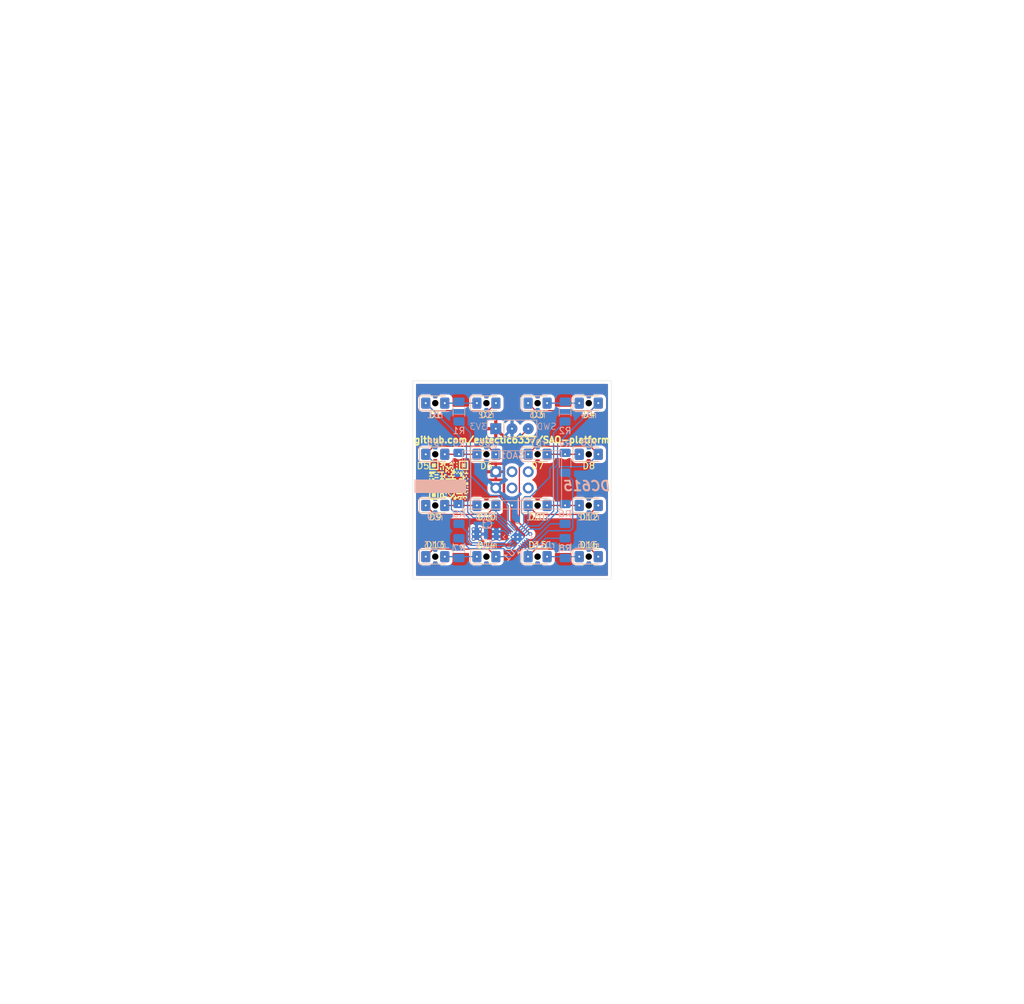
<source format=kicad_pcb>
(kicad_pcb (version 20241229) (generator "pcbnew") (generator_version "9.0")
  (layers (0 "F.Cu" signal) (2 "B.Cu" signal) (13 "F.Paste" user) (15 "B.Paste" user) (5 "F.SilkS" user "F.Silkscreen") (7 "B.SilkS" user "B.Silkscreen") (1 "F.Mask" user) (3 "B.Mask" user) (25 "Edge.Cuts" user))
  (net 0 "")
  (net 1 "Net-(D1-A)")
  (net 2 "GND")
  (net 3 "+3V0")
  (net 4 "PWM8")
  (net 5 "PWM7")
  (net 6 "PWM6")
  (net 7 "PWM5")
  (net 8 "Net-(D10-K)")
  (net 9 "PWM4")
  (net 10 "PWM3")
  (net 11 "PWM2")
  (net 12 "PWM1")
  (net 13 "GP4")
  (net 14 "GP7")
  (net 16 "/SWIO")
  (net 17 "GP6")
  (net 18 "GP1")
  (net 19 "GP8")
  (net 20 "GP5")
  (net 21 "GP3")
  (net 22 "GP2")
  (net 27 "Net-(D15-A)")
  (net 28 "Net-(D13-A)")
  (net 29 "Net-(D11-A)")
  (net 30 "Net-(D7-A)")
  (net 31 "Net-(D5-A)")
  (net 32 "Net-(D3-A)")
  (footprint "" (layer "F.Cu") (at 88 104)
    (property "Reference" "h12" (hide yes))
    (property "Value" "" (hide yes))
  )
  (footprint "" (layer "F.Cu") (at 88 88)
    (property "Reference" "h10" (hide yes))
    (property "Value" "" (hide yes))
  )
  (footprint "" (layer "F.Cu") (at 112 88)
    (property "Reference" "h9" (hide yes))
    (property "Value" "" (hide yes))
  )
  (footprint "LED_SMD:LED_1206_3216Metric_Pad1.42x1.75mm_HandSolder" (layer "F.Cu") (at 88 88)
    (property "Reference" "D1")
    (property "Value" "LED")
  )
  (footprint "LED_SMD:LED_1206_3216Metric_Pad1.42x1.75mm_HandSolder" (layer "F.Cu") (at 96 112)
    (property "Reference" "D14")
    (property "Value" "LED")
  )
  (footprint "LED_SMD:LED_1206_3216Metric_Pad1.42x1.75mm_HandSolder" (layer "F.Cu") (at 96 88)
    (property "Reference" "D2")
    (property "Value" "LED")
  )
  (footprint "" (layer "F.Cu") (at 96 96)
    (property "Reference" "h3" (hide yes))
    (property "Value" "" (hide yes))
  )
  (footprint "" (layer "F.Cu") (at 88 96)
    (property "Reference" "h11" (hide yes))
    (property "Value" "" (hide yes))
  )
  (footprint "LED_SMD:LED_1206_3216Metric_Pad1.42x1.75mm_HandSolder" (layer "F.Cu") (at 88 96)
    (property "Reference" "D5")
    (property "Value" "LED")
  )
  (footprint "LED_SMD:LED_1206_3216Metric_Pad1.42x1.75mm_HandSolder" (layer "F.Cu") (at 112 112)
    (property "Reference" "D16")
    (property "Value" "LED")
  )
  (footprint "" (layer "F.Cu") (at 96 104)
    (property "Reference" "h4" (hide yes))
    (property "Value" "" (hide yes))
  )
  (footprint "LED_SMD:LED_1206_3216Metric_Pad1.42x1.75mm_HandSolder" (layer "F.Cu") (at 88 112)
    (property "Reference" "D13")
    (property "Value" "LED")
  )
  (footprint "" (layer "F.Cu") (at 112 112)
    (property "Reference" "h14" (hide yes))
    (property "Value" "" (hide yes))
  )
  (footprint "LED_SMD:LED_1206_3216Metric_Pad1.42x1.75mm_HandSolder" (layer "F.Cu") (at 88 104)
    (property "Reference" "D9")
    (property "Value" "LED")
  )
  (footprint "" (layer "F.Cu") (at 104 112)
    (property "Reference" "h6" (hide yes))
    (property "Value" "" (hide yes))
  )
  (footprint "" (layer "F.Cu") (at 112 104)
    (property "Reference" "h15" (hide yes))
    (property "Value" "" (hide yes))
  )
  (footprint "" (layer "F.Cu") (at 104 104)
    (property "Reference" "h7" (hide yes))
    (property "Value" "" (hide yes))
  )
  (footprint "" (layer "F.Cu") (at 112 96)
    (property "Reference" "h16" (hide yes))
    (property "Value" "" (hide yes))
  )
  (footprint "LED_SMD:LED_1206_3216Metric_Pad1.42x1.75mm_HandSolder" (layer "F.Cu") (at 112 96)
    (property "Reference" "D8")
    (property "Value" "LED")
  )
  (footprint "LED_SMD:LED_1206_3216Metric_Pad1.42x1.75mm_HandSolder" (layer "F.Cu") (at 104 96)
    (property "Reference" "D7")
    (property "Value" "LED")
  )
  (footprint "LED_SMD:LED_1206_3216Metric_Pad1.42x1.75mm_HandSolder" (layer "F.Cu") (at 96 104)
    (property "Reference" "D10")
    (property "Value" "LED")
  )
  (footprint "LED_SMD:LED_1206_3216Metric_Pad1.42x1.75mm_HandSolder" (layer "F.Cu") (at 104 88)
    (property "Reference" "D3")
    (property "Value" "LED")
  )
  (footprint "LED_SMD:LED_1206_3216Metric_Pad1.42x1.75mm_HandSolder" (layer "F.Cu") (at 104 112)
    (property "Reference" "D15")
    (property "Value" "LED")
  )
  (footprint "LED_SMD:LED_1206_3216Metric_Pad1.42x1.75mm_HandSolder" (layer "F.Cu") (at 104 104)
    (property "Reference" "D11")
    (property "Value" "LED")
  )
  (footprint "" (layer "F.Cu") (at 88 112)
    (property "Reference" "h13" (hide yes))
    (property "Value" "" (hide yes))
  )
  (footprint "LED_SMD:LED_1206_3216Metric_Pad1.42x1.75mm_HandSolder" (layer "F.Cu") (at 112 88)
    (property "Reference" "D4")
    (property "Value" "LED")
  )
  (footprint "" (layer "F.Cu") (at 96 112)
    (property "Reference" "h5" (hide yes))
    (property "Value" "" (hide yes))
  )
  (footprint "LED_SMD:LED_1206_3216Metric_Pad1.42x1.75mm_HandSolder" (layer "F.Cu") (at 96 96)
    (property "Reference" "D6")
    (property "Value" "LED")
  )
  (footprint "" (layer "F.Cu") (at 96 88)
    (property "Reference" "h2" (hide yes))
    (property "Value" "" (hide yes))
  )
  (footprint "" (layer "F.Cu") (at 104 88)
    (property "Reference" "h1" (hide yes))
    (property "Value" "" (hide yes))
  )
  (footprint "" (layer "F.Cu") (at 104 96)
    (property "Reference" "h8" (hide yes))
    (property "Value" "" (hide yes))
  )
  (footprint "LED_SMD:LED_1206_3216Metric_Pad1.42x1.75mm_HandSolder" (layer "F.Cu") (at 112 104)
    (property "Reference" "D12")
    (property "Value" "LED")
  )
  (footprint "LED_SMD:LED_1206_3216Metric_Pad1.42x1.75mm_HandSolder" (layer "B.Cu") (at 112 96)
    (property "Reference" "rD8")
    (property "Value" "LED")
  )
  (footprint "Capacitor_SMD:C_1206_3216Metric_Pad1.33x1.80mm_HandSolder" (layer "B.Cu") (at 96.012 108.474 180)
    (property "Reference" "C1")
    (property "Value" "100uF")
  )
  (footprint "Resistor_SMD:R_1206_3216Metric_Pad1.30x1.75mm_HandSolder" (layer "B.Cu") (at 108.3 110.674999 -90)
    (property "Reference" "R8")
    (property "Value" "47R")
  )
  (footprint "LED_SMD:LED_1206_3216Metric_Pad1.42x1.75mm_HandSolder" (layer "B.Cu") (at 88 104)
    (property "Reference" "rD9")
    (property "Value" "LED")
  )
  (footprint "Resistor_SMD:R_1206_3216Metric_Pad1.30x1.75mm_HandSolder" (layer "B.Cu") (at 108.3 89.325001 90)
    (property "Reference" "R2")
    (property "Value" "47R")
  )
  (footprint "LED_SMD:LED_1206_3216Metric_Pad1.42x1.75mm_HandSolder" (layer "B.Cu") (at 88 112)
    (property "Reference" "rD13")
    (property "Value" "LED")
  )
  (footprint "LED_SMD:LED_1206_3216Metric_Pad1.42x1.75mm_HandSolder" (layer "B.Cu") (at 88 96)
    (property "Reference" "rD5")
    (property "Value" "LED")
  )
  (footprint "Resistor_SMD:R_1206_3216Metric_Pad1.30x1.75mm_HandSolder" (layer "B.Cu") (at 91.7 89.325001 90)
    (property "Reference" "R1")
    (property "Value" "47R")
  )
  (footprint "Connector_PinHeader_2.54mm:PinHeader_1x03_P2.54mm_Vertical" (layer "B.Cu") (at 97.46 92 -90)
    (property "Reference" "PROG1" (hide yes))
    (property "Value" "Conn_01x03")
  )
  (footprint "LED_SMD:LED_1206_3216Metric_Pad1.42x1.75mm_HandSolder" (layer "B.Cu") (at 104 112)
    (property "Reference" "rD15")
    (property "Value" "LED")
  )
  (footprint "Resistor_SMD:R_1206_3216Metric_Pad1.30x1.75mm_HandSolder" (layer "B.Cu") (at 91.7 105.325001 90)
    (property "Reference" "R5")
    (property "Value" "47R")
  )
  (footprint "Resistor_SMD:R_1206_3216Metric_Pad1.30x1.75mm_HandSolder" (layer "B.Cu") (at 91.7 97.325001 90)
    (property "Reference" "R3")
    (property "Value" "47R")
  )
  (footprint "Resistor_SMD:R_1206_3216Metric_Pad1.30x1.75mm_HandSolder" (layer "B.Cu") (at 108.3 105.325001 90)
    (property "Reference" "R6")
    (property "Value" "47R")
  )
  (footprint "LED_SMD:LED_1206_3216Metric_Pad1.42x1.75mm_HandSolder" (layer "B.Cu") (at 88 88)
    (property "Reference" "rD1")
    (property "Value" "LED")
  )
  (footprint "Resistor_SMD:R_1206_3216Metric_Pad1.30x1.75mm_HandSolder" (layer "B.Cu") (at 108.3 97.325001 90)
    (property "Reference" "R4")
    (property "Value" "47R")
  )
  (footprint "Package_DFN_QFN:QFN-20-1EP_3x3mm_P0.4mm_EP1.65x1.65mm" (layer "B.Cu") (at 100.876148 108.933619 45)
    (property "Reference" "U1")
    (property "Value" "WCH CH32V003F4U6")
  )
  (footprint "Connector_IDC:IDC-Header_2x03_P2.54mm_Vertical" (layer "B.Cu") (at 97.46 98.73 -90)
    (property "Reference" "SAO1")
    (property "Value" "SAO v1.69bis addon")
  )
  (footprint "LED_SMD:LED_1206_3216Metric_Pad1.42x1.75mm_HandSolder" (layer "B.Cu") (at 96 88)
    (property "Reference" "rD2")
    (property "Value" "LED")
  )
  (footprint "LED_SMD:LED_1206_3216Metric_Pad1.42x1.75mm_HandSolder" (layer "B.Cu") (at 112 88)
    (property "Reference" "rD4")
    (property "Value" "LED")
  )
  (footprint "LED_SMD:LED_1206_3216Metric_Pad1.42x1.75mm_HandSolder" (layer "B.Cu") (at 104 96)
    (property "Reference" "rD7")
    (property "Value" "LED")
  )
  (footprint "LED_SMD:LED_1206_3216Metric_Pad1.42x1.75mm_HandSolder" (layer "B.Cu") (at 112 104)
    (property "Reference" "rD12")
    (property "Value" "LED")
  )
  (footprint "LED_SMD:LED_1206_3216Metric_Pad1.42x1.75mm_HandSolder" (layer "B.Cu") (at 104 104)
    (property "Reference" "rD11")
    (property "Value" "LED")
  )
  (footprint "LED_SMD:LED_1206_3216Metric_Pad1.42x1.75mm_HandSolder" (layer "B.Cu") (at 112 112)
    (property "Reference" "rD16")
    (property "Value" "LED")
  )
  (footprint "LED_SMD:LED_1206_3216Metric_Pad1.42x1.75mm_HandSolder" (layer "B.Cu") (at 96 96)
    (property "Reference" "rD6")
    (property "Value" "LED")
  )
  (footprint "LED_SMD:LED_1206_3216Metric_Pad1.42x1.75mm_HandSolder" (layer "B.Cu") (at 104 88)
    (property "Reference" "rD3")
    (property "Value" "LED")
  )
  (footprint "LED_SMD:LED_1206_3216Metric_Pad1.42x1.75mm_HandSolder" (layer "B.Cu") (at 96 112)
    (property "Reference" "rD14")
    (property "Value" "LED")
  )
  (footprint "Resistor_SMD:R_1206_3216Metric_Pad1.30x1.75mm_HandSolder" (layer "B.Cu") (at 91.7 110.674999 -90)
    (property "Reference" "R7")
    (property "Value" "47R")
  )
  (footprint "LED_SMD:LED_1206_3216Metric_Pad1.42x1.75mm_HandSolder" (layer "B.Cu") (at 96 104)
    (property "Reference" "rD10")
    (property "Value" "LED")
  )
  (gr_rect (start 95.942 97.466) (end 98.736 102.546) (stroke (width 0.4)) (fill no) (layer "F.Cu") (net 3))
  (gr_line (start 98.736 98.73) (end 95.942 98.73) (stroke (width 0.4)) (layer "F.Cu") (net 3))
  (gr_line (start 98.736 100.006) (end 95.942 100.006) (stroke (width 0.4)) (layer "F.Cu") (net 3))
  (gr_line (start 97.46 97.466) (end 97.46 100.006) (stroke (width 0.4)) (layer "F.Cu") (net 3))
  (gr_poly (pts (xy 87.671667 100.795666) (xy 87.46 100.795666) (xy 87.46 100.584) (xy 87.671667 100.584)) (stroke (width -0.000001)) (fill yes) (layer "F.SilkS"))
  (gr_poly (pts (xy 91.058333 97.409) (xy 90.846666 97.409) (xy 90.846666 97.197333) (xy 91.058333 97.197333)) (stroke (width -0.000001)) (fill yes) (layer "F.SilkS"))
  (gr_poly (pts (xy 89.365 98.890667) (xy 89.153333 98.890667) (xy 89.153333 99.102333) (xy 89.153333 99.314) (xy 89.365 99.314) (xy 89.365 99.102333) (xy 89.576666 99.102333) (xy 89.788333 99.102333) (xy 89.788333 99.314) (xy 89.576666 99.314) (xy 89.576666 99.525666) (xy 89.576666 99.737333) (xy 89.365 99.737333) (xy 89.365 99.525666) (xy 89.153333 99.525666) (xy 89.153333 99.737333) (xy 89.365 99.737333) (xy 89.365 99.949) (xy 89.153333 99.949) (xy 89.153333 100.160666) (xy 88.941667 100.160666) (xy 88.941667 100.372333) (xy 89.153333 100.372333) (xy 89.153333 100.584) (xy 89.365 100.584) (xy 89.365 100.795666) (xy 89.576666 100.795666) (xy 89.788333 100.795666) (xy 89.788333 101.007333) (xy 89.576666 101.007333) (xy 89.576666 101.219) (xy 89.576666 101.430667) (xy 89.365 101.430667) (xy 89.365 101.219) (xy 89.153333 101.219) (xy 88.941667 101.219) (xy 88.941667 101.007333) (xy 89.153333 101.007333) (xy 89.153333 100.795666) (xy 88.941667 100.795666) (xy 88.73 100.795666) (xy 88.73 100.584) (xy 88.518333 100.584) (xy 88.306667 100.584) (xy 88.306667 100.795666) (xy 88.095 100.795666) (xy 88.095 100.584) (xy 87.883333 100.584) (xy 87.671667 100.584) (xy 87.671667 100.372333) (xy 87.883333 100.372333) (xy 87.883333 100.160666) (xy 87.671667 100.160666) (xy 87.671667 100.372333) (xy 87.46 100.372333) (xy 87.248333 100.372333) (xy 87.248333 100.160666) (xy 87.248333 99.949) (xy 87.46 99.949) (xy 87.46 100.160666) (xy 87.671667 100.160666) (xy 87.671667 99.949) (xy 87.46 99.949) (xy 87.46 99.737333) (xy 87.671667 99.737333) (xy 87.883333 99.737333) (xy 87.883333 99.949) (xy 88.095 99.949) (xy 88.095 100.160666) (xy 88.306667 100.160666) (xy 88.306667 100.372333) (xy 88.518333 100.372333) (xy 88.518333 100.160666) (xy 88.73 100.160666) (xy 88.73 99.949) (xy 88.73 99.737333) (xy 88.941667 99.737333) (xy 88.941667 99.525666) (xy 88.73 99.525666) (xy 88.73 99.314) (xy 88.941667 99.314) (xy 88.941667 99.102333) (xy 88.941667 98.890667) (xy 88.73 98.890667) (xy 88.518333 98.890667) (xy 88.306667 98.890667) (xy 88.306667 98.679) (xy 88.518333 98.679) (xy 88.73 98.679) (xy 88.941667 98.679) (xy 89.153333 98.679) (xy 89.365 98.679)) (stroke (width -0.000001)) (fill yes) (layer "F.SilkS"))
  (gr_poly (pts (xy 90.635 98.467333) (xy 90.846666 98.467333) (xy 90.846666 98.255667) (xy 91.058333 98.255667) (xy 91.058333 98.467333) (xy 91.058333 98.679) (xy 91.27 98.679) (xy 91.27 98.890667) (xy 91.058333 98.890667) (xy 91.058333 99.102333) (xy 90.846666 99.102333) (xy 90.635 99.102333) (xy 90.635 99.314) (xy 90.846666 99.314) (xy 91.058333 99.314) (xy 91.058333 99.525666) (xy 90.846666 99.525666) (xy 90.846666 99.737333) (xy 91.058333 99.737333) (xy 91.27 99.737333) (xy 91.27 99.949) (xy 91.058333 99.949) (xy 90.846666 99.949) (xy 90.635 99.949) (xy 90.423333 99.949) (xy 90.211666 99.949) (xy 90.211666 100.160666) (xy 90 100.160666) (xy 90 100.372333) (xy 89.788333 100.372333) (xy 89.788333 100.584) (xy 89.576666 100.584) (xy 89.576666 100.372333) (xy 89.576666 100.160666) (xy 89.788333 100.160666) (xy 89.788333 99.949) (xy 89.576666 99.949) (xy 89.576666 99.737333) (xy 89.788333 99.737333) (xy 90 99.737333) (xy 90.211666 99.737333) (xy 90.423333 99.737333) (xy 90.635 99.737333) (xy 90.635 99.525666) (xy 90.423333 99.525666) (xy 90.211666 99.525666) (xy 90 99.525666) (xy 90 99.314) (xy 90.211666 99.314) (xy 90.423333 99.314) (xy 90.423333 99.102333) (xy 90.423333 98.890667) (xy 90.635 98.890667) (xy 90.635 98.679) (xy 90.423333 98.679) (xy 90.423333 98.467333) (xy 90.423333 98.255667) (xy 90.635 98.255667)) (stroke (width -0.000001)) (fill yes) (layer "F.SilkS"))
  (gr_poly (pts (xy 88.095 101.007333) (xy 88.306667 101.007333) (xy 88.306667 101.219) (xy 88.095 101.219) (xy 88.095 101.430667) (xy 87.883333 101.430667) (xy 87.671667 101.430667) (xy 87.671667 101.219) (xy 87.671667 101.007333) (xy 87.883333 101.007333) (xy 87.883333 100.795666) (xy 88.095 100.795666)) (stroke (width -0.000001)) (fill yes) (layer "F.SilkS"))
  (gr_poly (pts (xy 89.365 98.044) (xy 89.365 98.255667) (xy 89.365 98.467333) (xy 89.153333 98.467333) (xy 89.153333 98.255667) (xy 89.153333 98.044) (xy 89.153333 97.832333) (xy 89.365 97.832333)) (stroke (width -0.000001)) (fill yes) (layer "F.SilkS"))
  (gr_poly (pts (xy 91.481667 97.409) (xy 91.27 97.409) (xy 91.27 97.197333) (xy 91.481667 97.197333)) (stroke (width -0.000001)) (fill yes) (layer "F.SilkS"))
  (gr_poly (pts (xy 92.963333 98.890667) (xy 93.175 98.890667) (xy 93.175 99.102333) (xy 92.963333 99.102333) (xy 92.751666 99.102333) (xy 92.54 99.102333) (xy 92.54 98.890667) (xy 92.751666 98.890667) (xy 92.751666 98.679) (xy 92.963333 98.679)) (stroke (width -0.000001)) (fill yes) (layer "F.SilkS"))
  (gr_poly (pts (xy 92.751666 97.620667) (xy 92.751666 97.832333) (xy 92.751666 98.044) (xy 92.54 98.044) (xy 92.328333 98.044) (xy 92.116666 98.044) (xy 92.116666 97.832333) (xy 92.116666 97.620667) (xy 92.116666 97.409) (xy 92.328333 97.409) (xy 92.54 97.409) (xy 92.751666 97.409)) (stroke (width -0.000001)) (fill yes) (layer "F.SilkS"))
  (gr_poly (pts (xy 89.788333 98.467333) (xy 90 98.467333) (xy 90 98.679) (xy 89.788333 98.679) (xy 89.788333 98.890667) (xy 89.576666 98.890667) (xy 89.576666 98.679) (xy 89.576666 98.467333) (xy 89.576666 98.255667) (xy 89.788333 98.255667)) (stroke (width -0.000001)) (fill yes) (layer "F.SilkS"))
  (gr_poly (pts (xy 88.518333 99.737333) (xy 88.306667 99.737333) (xy 88.095 99.737333) (xy 87.883333 99.737333) (xy 87.883333 99.525666) (xy 88.095 99.525666) (xy 88.306667 99.525666) (xy 88.518333 99.525666)) (stroke (width -0.000001)) (fill yes) (layer "F.SilkS"))
  (gr_poly (pts (xy 91.693333 100.372333) (xy 91.481667 100.372333) (xy 91.481667 100.160666) (xy 91.693333 100.160666)) (stroke (width -0.000001)) (fill yes) (layer "F.SilkS"))
  (gr_poly (pts (xy 88.518333 99.314) (xy 88.306667 99.314) (xy 88.095 99.314) (xy 87.883333 99.314) (xy 87.883333 99.102333) (xy 88.095 99.102333) (xy 88.306667 99.102333) (xy 88.518333 99.102333)) (stroke (width -0.000001)) (fill yes) (layer "F.SilkS"))
  (gr_poly (pts (xy 91.27 100.372333) (xy 91.058333 100.372333) (xy 91.058333 100.160666) (xy 91.27 100.160666)) (stroke (width -0.000001)) (fill yes) (layer "F.SilkS"))
  (gr_poly (pts (xy 92.963333 102.277333) (xy 92.751666 102.277333) (xy 92.54 102.277333) (xy 92.54 102.065666) (xy 92.751666 102.065666) (xy 92.963333 102.065666)) (stroke (width -0.000001)) (fill yes) (layer "F.SilkS"))
  (gr_poly (pts (xy 89.153333 97.197333) (xy 89.153333 97.409) (xy 89.365 97.409) (xy 89.365 97.197333) (xy 89.576666 97.197333) (xy 89.788333 97.197333) (xy 89.788333 97.409) (xy 89.576666 97.409) (xy 89.576666 97.620667) (xy 89.576666 97.832333) (xy 89.365 97.832333) (xy 89.365 97.620667) (xy 89.153333 97.620667) (xy 89.153333 97.832333) (xy 88.941667 97.832333) (xy 88.73 97.832333) (xy 88.73 97.620667) (xy 88.941667 97.620667) (xy 88.941667 97.409) (xy 88.73 97.409) (xy 88.73 97.197333) (xy 88.941667 97.197333) (xy 88.941667 96.985667) (xy 89.153333 96.985667)) (stroke (width -0.000001)) (fill yes) (layer "F.SilkS"))
  (gr_poly (pts (xy 91.693333 98.890667) (xy 91.481667 98.890667) (xy 91.481667 98.679) (xy 91.693333 98.679)) (stroke (width -0.000001)) (fill yes) (layer "F.SilkS"))
  (gr_poly (pts (xy 88.518333 101.007333) (xy 88.306667 101.007333) (xy 88.306667 100.795666) (xy 88.518333 100.795666)) (stroke (width -0.000001)) (fill yes) (layer "F.SilkS"))
  (gr_poly (pts (xy 90.211666 101.642333) (xy 90.423333 101.642333) (xy 90.423333 101.854) (xy 90.635 101.854) (xy 90.635 102.065666) (xy 90.423333 102.065666) (xy 90.211666 102.065666) (xy 90.211666 101.854) (xy 90 101.854) (xy 90 102.065666) (xy 89.788333 102.065666) (xy 89.788333 102.277333) (xy 89.576666 102.277333) (xy 89.576666 102.065666) (xy 89.576666 101.854) (xy 89.788333 101.854) (xy 89.788333 101.642333) (xy 89.576666 101.642333) (xy 89.576666 101.430667) (xy 89.788333 101.430667) (xy 90 101.430667) (xy 90.211666 101.430667)) (stroke (width -0.000001)) (fill yes) (layer "F.SilkS"))
  (gr_poly (pts (xy 90.211666 102.277333) (xy 90 102.277333) (xy 90 102.065666) (xy 90.211666 102.065666)) (stroke (width -0.000001)) (fill yes) (layer "F.SilkS"))
  (gr_poly (pts (xy 91.481667 97.832333) (xy 91.27 97.832333) (xy 91.27 97.620667) (xy 91.481667 97.620667)) (stroke (width -0.000001)) (fill yes) (layer "F.SilkS"))
  (gr_poly (pts (xy 90.423333 100.795666) (xy 90.211666 100.795666) (xy 90.211666 100.584) (xy 90.423333 100.584)) (stroke (width -0.000001)) (fill yes) (layer "F.SilkS"))
  (gr_poly (pts (xy 93.175 97.197333) (xy 93.175 97.409) (xy 93.175 97.620667) (xy 93.175 97.832333) (xy 93.175 98.044) (xy 93.175 98.255667) (xy 93.175 98.467333) (xy 92.963333 98.467333) (xy 92.751666 98.467333) (xy 92.54 98.467333) (xy 92.328333 98.467333) (xy 92.116666 98.467333) (xy 91.905 98.467333) (xy 91.693333 98.467333) (xy 91.693333 98.255667) (xy 91.693333 98.044) (xy 91.693333 97.832333) (xy 91.693333 97.620667) (xy 91.693333 97.409) (xy 91.905 97.409) (xy 91.905 97.620667) (xy 91.905 97.832333) (xy 91.905 98.044) (xy 91.905 98.255667) (xy 92.116666 98.255667) (xy 92.328333 98.255667) (xy 92.54 98.255667) (xy 92.751666 98.255667) (xy 92.963333 98.255667) (xy 92.963333 98.044) (xy 92.963333 97.832333) (xy 92.963333 97.620667) (xy 92.963333 97.409) (xy 92.963333 97.197333) (xy 92.751666 97.197333) (xy 92.54 97.197333) (xy 92.328333 97.197333) (xy 92.116666 97.197333) (xy 91.905 97.197333) (xy 91.905 97.409) (xy 91.693333 97.409) (xy 91.693333 97.197333) (xy 91.693333 96.985667) (xy 91.905 96.985667) (xy 92.116666 96.985667) (xy 92.328333 96.985667) (xy 92.54 96.985667) (xy 92.751666 96.985667) (xy 92.963333 96.985667) (xy 93.175 96.985667)) (stroke (width -0.000001)) (fill yes) (layer "F.SilkS"))
  (gr_poly (pts (xy 87.248333 100.584) (xy 87.248333 100.795666) (xy 87.248333 101.007333) (xy 87.248333 101.219) (xy 87.248333 101.430667) (xy 87.036667 101.430667) (xy 87.036667 101.219) (xy 87.036667 101.007333) (xy 87.036667 100.795666) (xy 87.036667 100.584) (xy 87.036667 100.372333) (xy 87.248333 100.372333)) (stroke (width -0.000001)) (fill yes) (layer "F.SilkS"))
  (gr_poly (pts (xy 92.116666 98.890667) (xy 92.328333 98.890667) (xy 92.328333 99.102333) (xy 92.328333 99.314) (xy 92.54 99.314) (xy 92.54 99.525666) (xy 92.751666 99.525666) (xy 92.751666 99.737333) (xy 92.54 99.737333) (xy 92.54 99.949) (xy 92.54 100.160666) (xy 92.54 100.372333) (xy 92.328333 100.372333) (xy 92.328333 100.160666) (xy 92.328333 99.949) (xy 92.116666 99.949) (xy 92.116666 100.160666) (xy 92.116666 100.372333) (xy 91.905 100.372333) (xy 91.905 100.160666) (xy 91.905 99.949) (xy 91.693333 99.949) (xy 91.693333 99.737333) (xy 91.905 99.737333) (xy 92.116666 99.737333) (xy 92.328333 99.737333) (xy 92.328333 99.525666) (xy 92.116666 99.525666) (xy 91.905 99.525666) (xy 91.905 99.314) (xy 91.905 99.102333) (xy 91.693333 99.102333) (xy 91.693333 98.890667) (xy 91.905 98.890667) (xy 91.905 98.679) (xy 92.116666 98.679)) (stroke (width -0.000001)) (fill yes) (layer "F.SilkS"))
  (gr_poly (pts (xy 88.518333 97.197333) (xy 88.518333 97.409) (xy 88.518333 97.620667) (xy 88.518333 97.832333) (xy 88.518333 98.044) (xy 88.518333 98.255667) (xy 88.518333 98.467333) (xy 88.306667 98.467333) (xy 88.095 98.467333) (xy 87.883333 98.467333) (xy 87.671667 98.467333) (xy 87.46 98.467333) (xy 87.248333 98.467333) (xy 87.036667 98.467333) (xy 87.036667 98.255667) (xy 87.036667 98.044) (xy 87.036667 97.832333) (xy 87.036667 97.620667) (xy 87.036667 97.409) (xy 87.248333 97.409) (xy 87.248333 97.620667) (xy 87.248333 97.832333) (xy 87.248333 98.044) (xy 87.248333 98.255667) (xy 87.46 98.255667) (xy 87.671667 98.255667) (xy 87.883333 98.255667) (xy 88.095 98.255667) (xy 88.306667 98.255667) (xy 88.306667 98.044) (xy 88.306667 97.832333) (xy 88.306667 97.620667) (xy 88.306667 97.409) (xy 88.306667 97.197333) (xy 88.095 97.197333) (xy 87.883333 97.197333) (xy 87.671667 97.197333) (xy 87.46 97.197333) (xy 87.248333 97.197333) (xy 87.248333 97.409) (xy 87.036667 97.409) (xy 87.036667 97.197333) (xy 87.036667 96.985667) (xy 87.248333 96.985667) (xy 87.46 96.985667) (xy 87.671667 96.985667) (xy 87.883333 96.985667) (xy 88.095 96.985667) (xy 88.306667 96.985667) (xy 88.518333 96.985667)) (stroke (width -0.000001)) (fill yes) (layer "F.SilkS"))
  (gr_poly (pts (xy 91.058333 102.277333) (xy 91.058333 102.489) (xy 90.846666 102.489) (xy 90.846666 102.700666) (xy 90.635 102.700666) (xy 90.635 102.912333) (xy 90.423333 102.912333) (xy 90.211666 102.912333) (xy 90 102.912333) (xy 90 102.700666) (xy 90.211666 102.700666) (xy 90.423333 102.700666) (xy 90.423333 102.489) (xy 90.635 102.489) (xy 90.635 102.277333) (xy 90.846666 102.277333) (xy 90.846666 102.065666) (xy 91.058333 102.065666)) (stroke (width -0.000001)) (fill yes) (layer "F.SilkS"))
  (gr_poly (pts (xy 89.365 102.277333) (xy 89.365 102.489) (xy 89.576666 102.489) (xy 89.788333 102.489) (xy 89.788333 102.700666) (xy 89.576666 102.700666) (xy 89.576666 102.912333) (xy 89.576666 103.124) (xy 89.365 103.124) (xy 89.365 102.912333) (xy 89.365 102.700666) (xy 89.153333 102.700666) (xy 89.153333 102.912333) (xy 88.941667 102.912333) (xy 88.941667 103.124) (xy 88.73 103.124) (xy 88.73 102.912333) (xy 88.73 102.700666) (xy 88.73 102.489) (xy 88.941667 102.489) (xy 88.941667 102.700666) (xy 89.153333 102.700666) (xy 89.153333 102.489) (xy 89.153333 102.277333) (xy 88.941667 102.277333) (xy 88.941667 102.489) (xy 88.73 102.489) (xy 88.73 102.277333) (xy 88.73 102.065666) (xy 88.941667 102.065666) (xy 89.153333 102.065666) (xy 89.365 102.065666)) (stroke (width -0.000001)) (fill yes) (layer "F.SilkS"))
  (gr_poly (pts (xy 92.328333 100.795666) (xy 92.328333 101.007333) (xy 92.116666 101.007333) (xy 92.116666 101.219) (xy 92.328333 101.219) (xy 92.328333 101.430667) (xy 92.54 101.430667) (xy 92.54 101.219) (xy 92.751666 101.219) (xy 92.751666 101.430667) (xy 92.963333 101.430667) (xy 93.175 101.430667) (xy 93.175 101.642333) (xy 92.963333 101.642333) (xy 92.751666 101.642333) (xy 92.751666 101.854) (xy 92.54 101.854) (xy 92.54 101.642333) (xy 92.328333 101.642333) (xy 92.328333 101.854) (xy 92.54 101.854) (xy 92.54 102.065666) (xy 92.328333 102.065666) (xy 92.328333 102.277333) (xy 92.116666 102.277333) (xy 91.905 102.277333) (xy 91.693333 102.277333) (xy 91.481667 102.277333) (xy 91.27 102.277333) (xy 91.27 102.065666) (xy 91.058333 102.065666) (xy 91.058333 101.854) (xy 90.846666 101.854) (xy 90.846666 101.642333) (xy 91.058333 101.642333) (xy 91.27 101.642333) (xy 91.481667 101.642333) (xy 91.481667 101.854) (xy 91.481667 102.065666) (xy 91.693333 102.065666) (xy 91.905 102.065666) (xy 92.116666 102.065666) (xy 92.116666 101.854) (xy 92.116666 101.642333) (xy 92.116666 101.430667) (xy 91.905 101.430667) (xy 91.693333 101.430667) (xy 91.481667 101.430667) (xy 91.481667 101.642333) (xy 91.27 101.642333) (xy 91.27 101.430667) (xy 91.058333 101.430667) (xy 91.058333 101.642333) (xy 90.846666 101.642333) (xy 90.846666 101.430667) (xy 90.846666 101.219) (xy 90.635 101.219) (xy 90.423333 101.219) (xy 90.423333 101.007333) (xy 90.635 101.007333) (xy 90.635 100.795666) (xy 90.846666 100.795666) (xy 91.058333 100.795666) (xy 91.058333 101.007333) (xy 91.058333 101.219) (xy 91.27 101.219) (xy 91.481667 101.219) (xy 91.693333 101.219) (xy 91.905 101.219) (xy 91.905 101.007333) (xy 91.905 100.795666) (xy 92.116666 100.795666) (xy 92.116666 100.584) (xy 92.328333 100.584)) (stroke (width -0.000001)) (fill yes) (layer "F.SilkS"))
  (gr_poly (pts (xy 88.095 102.277333) (xy 88.095 102.489) (xy 88.095 102.700666) (xy 87.883333 102.700666) (xy 87.671667 102.700666) (xy 87.46 102.700666) (xy 87.46 102.489) (xy 87.46 102.277333) (xy 87.46 102.065666) (xy 87.671667 102.065666) (xy 87.883333 102.065666) (xy 88.095 102.065666)) (stroke (width -0.000001)) (fill yes) (layer "F.SilkS"))
  (gr_poly (pts (xy 87.248333 99.949) (xy 87.036667 99.949) (xy 87.036667 99.737333) (xy 87.248333 99.737333)) (stroke (width -0.000001)) (fill yes) (layer "F.SilkS"))
  (gr_poly (pts (xy 88.941667 101.642333) (xy 89.153333 101.642333) (xy 89.365 101.642333) (xy 89.365 101.854) (xy 89.153333 101.854) (xy 88.941667 101.854) (xy 88.73 101.854) (xy 88.73 101.642333) (xy 88.73 101.430667) (xy 88.941667 101.430667)) (stroke (width -0.000001)) (fill yes) (layer "F.SilkS"))
  (gr_poly (pts (xy 93.175 102.065666) (xy 92.963333 102.065666) (xy 92.963333 101.854) (xy 93.175 101.854)) (stroke (width -0.000001)) (fill yes) (layer "F.SilkS"))
  (gr_poly (pts (xy 91.905 101.854) (xy 91.693333 101.854) (xy 91.693333 101.642333) (xy 91.905 101.642333)) (stroke (width -0.000001)) (fill yes) (layer "F.SilkS"))
  (gr_poly (pts (xy 88.095 98.890667) (xy 87.883333 98.890667) (xy 87.883333 99.102333) (xy 87.671667 99.102333) (xy 87.46 99.102333) (xy 87.46 99.314) (xy 87.671667 99.314) (xy 87.671667 99.525666) (xy 87.46 99.525666) (xy 87.248333 99.525666) (xy 87.036667 99.525666) (xy 87.036667 99.314) (xy 87.248333 99.314) (xy 87.248333 99.102333) (xy 87.036667 99.102333) (xy 87.036667 98.890667) (xy 87.036667 98.679) (xy 87.248333 98.679) (xy 87.46 98.679) (xy 87.671667 98.679) (xy 87.883333 98.679) (xy 88.095 98.679)) (stroke (width -0.000001)) (fill yes) (layer "F.SilkS"))
  (gr_poly (pts (xy 90.635 97.409) (xy 90.846666 97.409) (xy 90.846666 97.620667) (xy 90.635 97.620667) (xy 90.423333 97.620667) (xy 90.211666 97.620667) (xy 90.211666 97.409) (xy 90.423333 97.409) (xy 90.423333 97.197333) (xy 90.635 97.197333)) (stroke (width -0.000001)) (fill yes) (layer "F.SilkS"))
  (gr_poly (pts (xy 91.905 100.795666) (xy 91.693333 100.795666) (xy 91.481667 100.795666) (xy 91.481667 101.007333) (xy 91.27 101.007333) (xy 91.27 100.795666) (xy 91.058333 100.795666) (xy 91.058333 100.584) (xy 91.27 100.584) (xy 91.481667 100.584) (xy 91.693333 100.584) (xy 91.905 100.584)) (stroke (width -0.000001)) (fill yes) (layer "F.SilkS"))
  (gr_poly (pts (xy 91.481667 99.102333) (xy 91.27 99.102333) (xy 91.27 98.890667) (xy 91.481667 98.890667)) (stroke (width -0.000001)) (fill yes) (layer "F.SilkS"))
  (gr_poly (pts (xy 90.211666 100.584) (xy 90 100.584) (xy 90 100.372333) (xy 90.211666 100.372333)) (stroke (width -0.000001)) (fill yes) (layer "F.SilkS"))
  (gr_poly (pts (xy 93.175 99.949) (xy 92.963333 99.949) (xy 92.963333 99.737333) (xy 93.175 99.737333)) (stroke (width -0.000001)) (fill yes) (layer "F.SilkS"))
  (gr_poly (pts (xy 88.518333 100.160666) (xy 88.306667 100.160666) (xy 88.306667 99.949) (xy 88.518333 99.949)) (stroke (width -0.000001)) (fill yes) (layer "F.SilkS"))
  (gr_poly (pts (xy 93.175 101.219) (xy 92.963333 101.219) (xy 92.963333 101.007333) (xy 93.175 101.007333)) (stroke (width -0.000001)) (fill yes) (layer "F.SilkS"))
  (gr_poly (pts (xy 91.481667 98.255667) (xy 91.481667 98.467333) (xy 91.27 98.467333) (xy 91.27 98.255667) (xy 91.27 98.044) (xy 91.481667 98.044)) (stroke (width -0.000001)) (fill yes) (layer "F.SilkS"))
  (gr_poly (pts (xy 91.27 102.700666) (xy 91.481667 102.700666) (xy 91.481667 102.489) (xy 91.693333 102.489) (xy 91.905 102.489) (xy 92.116666 102.489) (xy 92.328333 102.489) (xy 92.54 102.489) (xy 92.751666 102.489) (xy 92.963333 102.489) (xy 92.963333 102.700666) (xy 92.963333 102.912333) (xy 92.751666 102.912333) (xy 92.751666 102.700666) (xy 92.54 102.700666) (xy 92.54 102.912333) (xy 92.328333 102.912333) (xy 92.328333 102.700666) (xy 92.116666 102.700666) (xy 92.116666 102.912333) (xy 92.116666 103.124) (xy 91.905 103.124) (xy 91.693333 103.124) (xy 91.693333 102.912333) (xy 91.905 102.912333) (xy 91.905 102.700666) (xy 91.693333 102.700666) (xy 91.693333 102.912333) (xy 91.481667 102.912333) (xy 91.27 102.912333) (xy 91.27 103.124) (xy 91.058333 103.124) (xy 90.846666 103.124) (xy 90.846666 102.912333) (xy 90.846666 102.700666) (xy 91.058333 102.700666) (xy 91.058333 102.489) (xy 91.27 102.489)) (stroke (width -0.000001)) (fill yes) (layer "F.SilkS"))
  (gr_poly (pts (xy 88.518333 101.854) (xy 88.518333 102.065666) (xy 88.518333 102.277333) (xy 88.518333 102.489) (xy 88.518333 102.700666) (xy 88.518333 102.912333) (xy 88.518333 103.124) (xy 88.306667 103.124) (xy 88.095 103.124) (xy 87.883333 103.124) (xy 87.671667 103.124) (xy 87.46 103.124) (xy 87.248333 103.124) (xy 87.036667 103.124) (xy 87.036667 102.912333) (xy 87.036667 102.700666) (xy 87.036667 102.489) (xy 87.036667 102.277333) (xy 87.036667 102.065666) (xy 87.248333 102.065666) (xy 87.248333 102.277333) (xy 87.248333 102.489) (xy 87.248333 102.700666) (xy 87.248333 102.912333) (xy 87.46 102.912333) (xy 87.671667 102.912333) (xy 87.883333 102.912333) (xy 88.095 102.912333) (xy 88.306667 102.912333) (xy 88.306667 102.700666) (xy 88.306667 102.489) (xy 88.306667 102.277333) (xy 88.306667 102.065666) (xy 88.306667 101.854) (xy 88.095 101.854) (xy 87.883333 101.854) (xy 87.671667 101.854) (xy 87.46 101.854) (xy 87.248333 101.854) (xy 87.248333 102.065666) (xy 87.036667 102.065666) (xy 87.036667 101.854) (xy 87.036667 101.642333) (xy 87.248333 101.642333) (xy 87.46 101.642333) (xy 87.671667 101.642333) (xy 87.883333 101.642333) (xy 88.095 101.642333) (xy 88.306667 101.642333) (xy 88.518333 101.642333)) (stroke (width -0.000001)) (fill yes) (layer "F.SilkS"))
  (gr_poly (pts (xy 92.751666 101.007333) (xy 92.54 101.007333) (xy 92.54 100.795666) (xy 92.751666 100.795666)) (stroke (width -0.000001)) (fill yes) (layer "F.SilkS"))
  (gr_poly (pts (xy 91.481667 100.160666) (xy 91.27 100.160666) (xy 91.27 99.949) (xy 91.481667 99.949)) (stroke (width -0.000001)) (fill yes) (layer "F.SilkS"))
  (gr_poly (pts (xy 90.635 100.372333) (xy 90.423333 100.372333) (xy 90.211666 100.372333) (xy 90.211666 100.160666) (xy 90.423333 100.160666) (xy 90.635 100.160666)) (stroke (width -0.000001)) (fill yes) (layer "F.SilkS"))
  (gr_poly (pts (xy 90 98.044) (xy 90.211666 98.044) (xy 90.211666 97.832333) (xy 90.423333 97.832333) (xy 90.635 97.832333) (xy 90.846666 97.832333) (xy 90.846666 98.044) (xy 90.846666 98.255667) (xy 90.635 98.255667) (xy 90.635 98.044) (xy 90.423333 98.044) (xy 90.423333 98.255667) (xy 90.211666 98.255667) (xy 90.211666 98.467333) (xy 90 98.467333) (xy 90 98.255667) (xy 89.788333 98.255667) (xy 89.788333 98.044) (xy 89.576666 98.044) (xy 89.576666 97.832333) (xy 89.788333 97.832333) (xy 90 97.832333)) (stroke (width -0.000001)) (fill yes) (layer "F.SilkS"))
  (gr_poly (pts (xy 90.423333 102.489) (xy 90.211666 102.489) (xy 90.211666 102.277333) (xy 90.423333 102.277333)) (stroke (width -0.000001)) (fill yes) (layer "F.SilkS"))
  (gr_poly (pts (xy 88.518333 101.430667) (xy 88.306667 101.430667) (xy 88.306667 101.219) (xy 88.518333 101.219)) (stroke (width -0.000001)) (fill yes) (layer "F.SilkS"))
  (gr_poly (pts (xy 92.54 98.890667) (xy 92.328333 98.890667) (xy 92.328333 98.679) (xy 92.54 98.679)) (stroke (width -0.000001)) (fill yes) (layer "F.SilkS"))
  (gr_poly (pts (xy 90.211666 98.890667) (xy 90 98.890667) (xy 90 98.679) (xy 90.211666 98.679)) (stroke (width -0.000001)) (fill yes) (layer "F.SilkS"))
  (gr_poly (pts (xy 93.175 100.584) (xy 93.175 100.795666) (xy 92.963333 100.795666) (xy 92.751666 100.795666) (xy 92.751666 100.584) (xy 92.54 100.584) (xy 92.54 100.372333) (xy 92.751666 100.372333) (xy 92.963333 100.372333) (xy 93.175 100.372333)) (stroke (width -0.000001)) (fill yes) (layer "F.SilkS"))
  (gr_poly (pts (xy 88.095 97.620667) (xy 88.095 97.832333) (xy 88.095 98.044) (xy 87.883333 98.044) (xy 87.671667 98.044) (xy 87.46 98.044) (xy 87.46 97.832333) (xy 87.46 97.620667) (xy 87.46 97.409) (xy 87.671667 97.409) (xy 87.883333 97.409) (xy 88.095 97.409)) (stroke (width -0.000001)) (fill yes) (layer "F.SilkS"))
  (gr_poly (pts (xy 90.211666 101.219) (xy 90 101.219) (xy 90 101.007333) (xy 90.211666 101.007333)) (stroke (width -0.000001)) (fill yes) (layer "F.SilkS"))
  (gr_poly (pts (xy 92.751666 103.124) (xy 92.54 103.124) (xy 92.54 102.912333) (xy 92.751666 102.912333)) (stroke (width -0.000001)) (fill yes) (layer "F.SilkS"))
  (gr_poly (pts (xy 88.941667 98.255667) (xy 88.941667 98.467333) (xy 88.73 98.467333) (xy 88.73 98.255667) (xy 88.73 98.044) (xy 88.941667 98.044)) (stroke (width -0.000001)) (fill yes) (layer "F.SilkS"))
  (gr_poly (pts (xy 92.963333 99.525666) (xy 92.751666 99.525666) (xy 92.751666 99.314) (xy 92.963333 99.314)) (stroke (width -0.000001)) (fill yes) (layer "F.SilkS"))
  (gr_rect (start 84.8 100) (end 92.8 102) (stroke (width 0.1)) (fill yes) (layer "B.SilkS"))
  (gr_rect (start 84.5 84.5) (end 115.5 115.5) (stroke (width 0.05)) (fill no) (layer "Edge.Cuts"))
  (gr_text "github.com/eutectic6337/SAO-platform" (at 100 93.75 0) (layer "F.SilkS") (effects (font (size 1 1) (thickness 0.25) (bold yes))))
  (gr_text "3V3" (at 94.742 91.662 0) (layer "B.SilkS") (effects (font (size 1 1) (thickness 0.1)) (justify mirror)))
  (gr_text "SWD" (at 105.41 91.662 0) (layer "B.SilkS") (effects (font (size 1 1) (thickness 0.1)) (justify mirror)))
  (gr_text "DC615" (at 115.586 100.076 0) (layer "B.SilkS") (effects (font (size 1.5 1.5) (thickness 0.3) (bold yes) (italic yes)) (justify left top mirror)))
  (via (at 94.5125 88) (size 0.6) (drill 0.3) (layers "F.Cu" "B.Cu") (net 1))
  (via (at 89.4875 88) (size 0.6) (drill 0.3) (layers "F.Cu" "B.Cu") (net 1))
  (segment (start 89.4875 88) (end 91.68 88) (width 0.2) (layer "B.Cu") (net 1))
  (segment (start 94.5125 88) (end 91.68 88) (width 0.2) (layer "B.Cu") (net 1))
  (segment (start 100.886381 108.22) (end 101.6 108.933619) (width 0.2) (layer "F.Cu") (net 2))
  (segment (start 93.98 109.236) (end 94.996 109.236) (width 0.2) (layer "F.Cu") (net 2))
  (segment (start 100.169041 108.933619) (end 100.169041 108.927107) (width 0.2) (layer "F.Cu") (net 2))
  (segment (start 100.169041 108.927107) (end 100.876148 108.22) (width 0.2) (layer "F.Cu") (net 2))
  (segment (start 100.876148 107.734148) (end 100.876148 108.933619) (width 0.5) (layer "F.Cu") (net 2))
  (segment (start 101.6 108.933619) (end 101.589767 108.933619) (width 0.2) (layer "F.Cu") (net 2))
  (segment (start 95.947 110.187) (end 100.336386 110.187) (width 0.5) (layer "F.Cu") (net 2))
  (segment (start 95.01525 107.712) (end 95.01525 109.21675) (width 0.2) (layer "F.Cu") (net 2))
  (segment (start 100 104) (end 100 106.858) (width 0.5) (layer "F.Cu") (net 2))
  (segment (start 100.876148 109.647238) (end 100.876148 109.640726) (width 0.2) (layer "F.Cu") (net 2))
  (segment (start 93.98 107.712) (end 95.01525 107.712) (width 0.2) (layer "F.Cu") (net 2))
  (segment (start 100.876148 108.22) (end 100.886381 108.22) (width 0.2) (layer "F.Cu") (net 2))
  (segment (start 94.996 109.236) (end 95.947 110.187) (width 0.5) (layer "F.Cu") (net 2))
  (segment (start 100 106.858) (end 100.876148 107.734148) (width 0.5) (layer "F.Cu") (net 2))
  (segment (start 93.98 107.712) (end 93.98 109.236) (width 0.2) (layer "F.Cu") (net 2))
  (segment (start 100.336386 110.187) (end 100.876148 109.647238) (width 0.5) (layer "F.Cu") (net 2))
  (segment (start 95.01525 109.21675) (end 94.996 109.236) (width 0.5) (layer "F.Cu") (net 2))
  (segment (start 101.589767 108.933619) (end 100.876148 109.647238) (width 0.2) (layer "F.Cu") (net 2))
  (segment (start 100.876148 109.640726) (end 100.169041 108.933619) (width 0.2) (layer "F.Cu") (net 2))
  (via (at 100 104) (size 0.6) (drill 0.3) (layers "F.Cu" "B.Cu") (net 2))
  (via (at 93.98 107.712) (size 0.6) (drill 0.3) (layers "F.Cu" "B.Cu") (net 2))
  (via (at 93.98 109.236) (size 0.6) (drill 0.3) (layers "F.Cu" "B.Cu") (net 2))
  (via (at 100.876148 108.22) (size 0.6) (drill 0.3) (layers "F.Cu" "B.Cu") (net 2))
  (via (at 100.876148 109.647238) (size 0.6) (drill 0.3) (layers "F.Cu" "B.Cu") (net 2))
  (via (at 101.6 108.933619) (size 0.6) (drill 0.3) (layers "F.Cu" "B.Cu") (net 2))
  (via (at 94.996 109.236) (size 0.6) (drill 0.3) (layers "F.Cu" "B.Cu") (net 2))
  (via (at 93.98 108.474) (size 0.6) (drill 0.3) (layers "F.Cu" "B.Cu") (net 2))
  (via (at 100.876148 108.933619) (size 0.6) (drill 0.3) (layers "F.Cu" "B.Cu") (net 2))
  (via (at 95.01525 107.712) (size 0.6) (drill 0.3) (layers "F.Cu" "B.Cu") (net 2))
  (via (at 100.169041 108.933619) (size 0.6) (drill 0.3) (layers "F.Cu" "B.Cu") (net 2))
  (via (at 94.996 108.474) (size 0.6) (drill 0.3) (layers "F.Cu" "B.Cu") (net 2))
  (segment (start 98.711 93.289) (end 100 92) (width 0.4) (layer "B.Cu") (net 2))
  (segment (start 98.711 100.019) (end 98.711 93.289) (width 0.4) (layer "B.Cu") (net 2))
  (segment (start 100.310462 108.933619) (end 100.169041 109.075041) (width 0.2) (layer "B.Cu") (net 2))
  (segment (start 100 103.81) (end 97.46 101.27) (width 0.5) (layer "B.Cu") (net 2))
  (segment (start 100.169041 109.075041) (end 99.568 109.676081) (width 0.2) (layer "B.Cu") (net 2))
  (segment (start 100.876148 108.933619) (end 100.310462 108.933619) (width 0.2) (layer "B.Cu") (net 2))
  (segment (start 97.46 101.27) (end 98.711 100.019) (width 0.4) (layer "B.Cu") (net 2))
  (segment (start 100 104) (end 100 103.81) (width 0.5) (layer "B.Cu") (net 2))
  (segment (start 98.736 102.546) (end 98.806 102.616) (width 0.5) (layer "F.Cu") (net 3))
  (segment (start 98.806 102.616) (end 98.806 106.96925) (width 0.5) (layer "F.Cu") (net 3))
  (segment (start 98.806 106.96925) (end 98.06325 107.712) (width 0.5) (layer "F.Cu") (net 3))
  (segment (start 97.028 107.712) (end 97.028 109.236) (width 0.2) (layer "F.Cu") (net 3))
  (segment (start 98.736 93.276) (end 97.46 92) (width 0.5) (layer "F.Cu") (net 3))
  (segment (start 98.044 109.236) (end 98.044 107.73125) (width 0.2) (layer "F.Cu") (net 3))
  (segment (start 98.06325 107.712) (end 97.028 107.712) (width 0.2) (layer "F.Cu") (net 3))
  (segment (start 98.736 97.466) (end 98.736 93.276) (width 0.5) (layer "F.Cu") (net 3))
  (segment (start 97.028 109.236) (end 98.044 109.236) (width 0.2) (layer "F.Cu") (net 3))
  (via (at 98.06325 107.712) (size 0.6) (drill 0.3) (layers "F.Cu" "B.Cu") (net 3))
  (via (at 97.028 108.474) (size 0.6) (drill 0.3) (layers "F.Cu" "B.Cu") (net 3))
  (via (at 98.044 108.474) (size 0.6) (drill 0.3) (layers "F.Cu" "B.Cu") (net 3))
  (via (at 97.028 107.712) (size 0.6) (drill 0.3) (layers "F.Cu" "B.Cu") (net 3))
  (via (at 98.044 109.236) (size 0.6) (drill 0.3) (layers "F.Cu" "B.Cu") (net 3))
  (via (at 97.028 109.236) (size 0.6) (drill 0.3) (layers "F.Cu" "B.Cu") (net 3))
  (segment (start 98.777158 107.966) (end 99.285158 108.474) (width 0.2) (layer "B.Cu") (net 3))
  (segment (start 98.0825 107.966) (end 98.777158 107.966) (width 0.2) (layer "B.Cu") (net 3))
  (segment (start 105.251002 109.124998) (end 103.632 110.744) (width 0.2) (layer "B.Cu") (net 4))
  (segment (start 102.686529 110.744) (end 101.901453 109.958924) (width 0.2) (layer "B.Cu") (net 4))
  (segment (start 103.632 110.744) (end 102.686529 110.744) (width 0.2) (layer "B.Cu") (net 4))
  (segment (start 108.3 109.124998) (end 105.251002 109.124998) (width 0.2) (layer "B.Cu") (net 4))
  (segment (start 93.319002 110.744) (end 91.7 109.124998) (width 0.2) (layer "B.Cu") (net 5))
  (segment (start 100.416529 110.524609) (end 100.197138 110.744) (width 0.2) (layer "B.Cu") (net 5))
  (segment (start 100.416529 110.524609) (end 99.657686 111.283452) (width 0.2) (layer "B.Cu") (net 5))
  (segment (start 98.673138 110.744) (end 93.319002 110.744) (width 0.2) (layer "B.Cu") (net 5))
  (segment (start 99.21259 111.283452) (end 98.673138 110.744) (width 0.2) (layer "B.Cu") (net 5))
  (segment (start 99.657686 111.283452) (end 99.21259 111.283452) (width 0.2) (layer "B.Cu") (net 5))
  (segment (start 105.976998 106.875002) (end 107.775 106.875002) (width 0.2) (layer "B.Cu") (net 6))
  (segment (start 103.124 109.728) (end 105.976998 106.875002) (width 0.2) (layer "B.Cu") (net 6))
  (segment (start 102.467138 109.393238) (end 102.8019 109.728) (width 0.2) (layer "B.Cu") (net 6))
  (segment (start 102.8019 109.728) (end 103.124 109.728) (width 0.2) (layer "B.Cu") (net 6))
  (segment (start 93.564957 110.238) (end 92.978 109.651043) (width 0.2) (layer "B.Cu") (net 7))
  (segment (start 99.255307 110.685307) (end 98.808 110.238) (width 0.2) (layer "B.Cu") (net 7))
  (segment (start 99.690146 110.685307) (end 99.255307 110.685307) (width 0.2) (layer "B.Cu") (net 7))
  (segment (start 92.978 109.651043) (end 92.978 108.153002) (width 0.2) (layer "B.Cu") (net 7))
  (segment (start 92.978 108.153002) (end 91.7 106.875002) (width 0.2) (layer "B.Cu") (net 7))
  (segment (start 98.808 110.238) (end 93.564957 110.238) (width 0.2) (layer "B.Cu") (net 7))
  (segment (start 100.133686 110.241767) (end 99.690146 110.685307) (width 0.2) (layer "B.Cu") (net 7))
  (segment (start 94.5125 104) (end 92 104) (width 0.2) (layer "F.Cu") (net 8))
  (segment (start 92 104) (end 89.4875 104) (width 0.2) (layer "F.Cu") (net 8))
  (via (at 91.7 104) (size 0.6) (drill 0.3) (layers "F.Cu" "B.Cu") (net 8))
  (via (at 94.5125 104) (size 0.6) (drill 0.3) (layers "F.Cu" "B.Cu") (net 8))
  (via (at 89.4875 104) (size 0.6) (drill 0.3) (layers "F.Cu" "B.Cu") (net 8))
  (segment (start 109.093 107.95) (end 109.499 107.544) (width 0.2) (layer "B.Cu") (net 9))
  (segment (start 102.744215 110.236) (end 103.378 110.236) (width 0.2) (layer "B.Cu") (net 9))
  (segment (start 109.499 100.074002) (end 108.3 98.875002) (width 0.2) (layer "B.Cu") (net 9))
  (segment (start 109.499 107.544) (end 109.499 100.074002) (width 0.2) (layer "B.Cu") (net 9))
  (segment (start 102.184296 109.676081) (end 102.744215 110.236) (width 0.2) (layer "B.Cu") (net 9))
  (segment (start 103.378 110.236) (end 105.664 107.95) (width 0.2) (layer "B.Cu") (net 9))
  (segment (start 105.664 107.95) (end 109.093 107.95) (width 0.2) (layer "B.Cu") (net 9))
  (segment (start 99.568 108.191157) (end 97.294843 105.918) (width 0.2) (layer "B.Cu") (net 10))
  (segment (start 93.94 105.918) (end 93.071 105.049) (width 0.2) (layer "B.Cu") (net 10))
  (segment (start 93.071 100.246002) (end 91.7 98.875002) (width 0.2) (layer "B.Cu") (net 10))
  (segment (start 93.071 105.049) (end 93.071 100.246002) (width 0.2) (layer "B.Cu") (net 10))
  (segment (start 97.294843 105.918) (end 93.94 105.918) (width 0.2) (layer "B.Cu") (net 10))
  (segment (start 105.918 99.568) (end 105.918 98.2389) (width 0.2) (layer "B.Cu") (net 11))
  (segment (start 101.854 106.824396) (end 101.854 105.511) (width 0.2) (layer "B.Cu") (net 11))
  (segment (start 105.918 98.2389) (end 106.501 97.6559) (width 0.2) (layer "B.Cu") (net 11))
  (segment (start 101.499 103.13984) (end 102.02284 102.616) (width 0.2) (layer "B.Cu") (net 11))
  (segment (start 101.335767 107.342629) (end 101.346 107.332396) (width 0.2) (layer "B.Cu") (net 11))
  (segment (start 101.499 105.156) (end 101.499 103.13984) (width 0.2) (layer "B.Cu") (net 11))
  (segment (start 102.87 102.616) (end 105.918 99.568) (width 0.2) (layer "B.Cu") (net 11))
  (segment (start 106.501 97.6559) (end 106.501 92.674002) (width 0.2) (layer "B.Cu") (net 11))
  (segment (start 106.501 92.674002) (end 108.3 90.875002) (width 0.2) (layer "B.Cu") (net 11))
  (segment (start 101.854 105.511) (end 101.499 105.156) (width 0.2) (layer "B.Cu") (net 11))
  (segment (start 101.335767 107.342629) (end 101.854 106.824396) (width 0.2) (layer "B.Cu") (net 11))
  (segment (start 102.02284 102.616) (end 102.87 102.616) (width 0.2) (layer "B.Cu") (net 11))
  (segment (start 99.399 104.03) (end 97.79 102.421) (width 0.2) (layer "B.Cu") (net 12))
  (segment (start 100.416529 107.342629) (end 99.399 106.3251) (width 0.2) (layer "B.Cu") (net 12))
  (segment (start 93.499 99.341) (end 93.499 92.674002) (width 0.2) (layer "B.Cu") (net 12))
  (segment (start 99.399 106.3251) (end 99.399 104.03) (width 0.2) (layer "B.Cu") (net 12))
  (segment (start 96.579 102.421) (end 93.499 99.341) (width 0.2) (layer "B.Cu") (net 12))
  (segment (start 93.499 92.674002) (end 91.7 90.875002) (width 0.2) (layer "B.Cu") (net 12))
  (segment (start 97.79 102.421) (end 96.579 102.421) (width 0.2) (layer "B.Cu") (net 12))
  (segment (start 103.7705 94.742) (end 112.2295 94.742) (width 0.2) (layer "F.Cu") (net 13))
  (segment (start 102.5125 96) (end 103.7705 94.742) (width 0.2) (layer "F.Cu") (net 13))
  (segment (start 112.2295 94.742) (end 113.4875 96) (width 0.2) (layer "F.Cu") (net 13))
  (via (at 102.5125 96) (size 0.6) (drill 0.3) (layers "F.Cu" "B.Cu") (net 13))
  (via (at 113.4875 96) (size 0.6) (drill 0.3) (layers "F.Cu" "B.Cu") (net 13))
  (segment (start 107.124 98.239842) (end 107.43984 97.924002) (width 0.2) (layer "B.Cu") (net 13))
  (segment (start 111.563498 97.924002) (end 113.4875 96) (width 0.2) (layer "B.Cu") (net 13))
  (segment (start 107.124 104.966) (end 107.124 98.239842) (width 0.2) (layer "B.Cu") (net 13))
  (segment (start 107.43984 97.924002) (end 111.563498 97.924002) (width 0.2) (layer "B.Cu") (net 13))
  (segment (start 104.394 107.696) (end 107.124 104.966) (width 0.2) (layer "B.Cu") (net 13))
  (segment (start 102.679453 107.696) (end 104.394 107.696) (width 0.2) (layer "B.Cu") (net 13))
  (segment (start 102.184296 108.191157) (end 102.679453 107.696) (width 0.2) (layer "B.Cu") (net 13))
  (segment (start 87.6885 110.824) (end 86.5125 112) (width 0.2) (layer "F.Cu") (net 14))
  (segment (start 96.3115 110.824) (end 87.6885 110.824) (width 0.2) (layer "F.Cu") (net 14))
  (segment (start 97.4875 112) (end 96.3115 110.824) (width 0.2) (layer "F.Cu") (net 14))
  (via (at 86.5125 112) (size 0.6) (drill 0.3) (layers "F.Cu" "B.Cu") (net 14))
  (via (at 97.4875 112) (size 0.6) (drill 0.3) (layers "F.Cu" "B.Cu") (net 14))
  (segment (start 97.4875 112) (end 99.860376 112) (width 0.2) (layer "B.Cu") (net 14))
  (segment (start 99.860376 112) (end 101.335059 110.525317) (width 0.2) (layer "B.Cu") (net 14))
  (segment (start 101.151 93.388999) (end 101.151 106.739) (width 0.2) (layer "F.Cu") (net 16))
  (segment (start 102.539999 92) (end 101.151 93.388999) (width 0.2) (layer "F.Cu") (net 16))
  (segment (start 101.6 107.204) (end 102.87 108.474) (width 0.2) (layer "F.Cu") (net 16))
  (segment (start 101.6 107.188) (end 101.6 107.204) (width 0.2) (layer "F.Cu") (net 16))
  (segment (start 101.151 106.739) (end 101.6 107.188) (width 0.2) (layer "F.Cu") (net 16))
  (via (at 102.87 108.474) (size 0.6) (drill 0.3) (layers "F.Cu" "B.Cu") (net 16))
  (segment (start 103.9225 105.41) (end 102.5125 104) (width 0.2) (layer "F.Cu") (net 17))
  (segment (start 113.4875 104) (end 112.0775 105.41) (width 0.2) (layer "F.Cu") (net 17))
  (segment (start 112.0775 105.41) (end 103.9225 105.41) (width 0.2) (layer "F.Cu") (net 17))
  (via (at 113.4875 104) (size 0.6) (drill 0.3) (layers "F.Cu" "B.Cu") (net 17))
  (via (at 102.5125 104) (size 0.6) (drill 0.3) (layers "F.Cu" "B.Cu") (net 17))
  (segment (start 102.5125 106.731581) (end 101.61861 107.625471) (width 0.2) (layer "B.Cu") (net 17))
  (segment (start 102.5125 104) (end 102.5125 106.731581) (width 0.2) (layer "B.Cu") (net 17))
  (segment (start 87.6885 89.176) (end 96.3115 89.176) (width 0.2) (layer "F.Cu") (net 18))
  (segment (start 86.5125 88) (end 87.6885 89.176) (width 0.2) (layer "F.Cu") (net 18))
  (segment (start 96.3115 89.176) (end 97.4875 88) (width 0.2) (layer "F.Cu") (net 18))
  (via (at 97.4875 88) (size 0.6) (drill 0.3) (layers "F.Cu" "B.Cu") (net 18))
  (via (at 86.5125 88) (size 0.6) (drill 0.3) (layers "F.Cu" "B.Cu") (net 18))
  (segment (start 97.338174 105.395646) (end 99.850843 107.908314) (width 0.2) (layer "B.Cu") (net 18))
  (segment (start 93.499 100.103) (end 93.499 104.86016) (width 0.2) (layer "B.Cu") (net 18))
  (segment (start 93.499 104.86016) (end 94.034486 105.395646) (width 0.2) (layer "B.Cu") (net 18))
  (segment (start 92.876 99.48) (end 93.499 100.103) (width 0.2) (layer "B.Cu") (net 18))
  (segment (start 92.876 94.3635) (end 92.876 99.48) (width 0.2) (layer "B.Cu") (net 18))
  (segment (start 94.034486 105.395646) (end 97.338174 105.395646) (width 0.2) (layer "B.Cu") (net 18))
  (segment (start 86.5125 88) (end 92.876 94.3635) (width 0.2) (layer "B.Cu") (net 18))
  (segment (start 103.6885 110.824) (end 102.5125 112) (width 0.2) (layer "F.Cu") (net 19))
  (segment (start 113.4875 112) (end 112.3115 110.824) (width 0.2) (layer "F.Cu") (net 19))
  (segment (start 112.3115 110.824) (end 103.6885 110.824) (width 0.2) (layer "F.Cu") (net 19))
  (via (at 113.4875 112) (size 0.6) (drill 0.3) (layers "F.Cu" "B.Cu") (net 19))
  (via (at 102.5125 112) (size 0.6) (drill 0.3) (layers "F.Cu" "B.Cu") (net 19))
  (segment (start 102.5125 111.135658) (end 101.61861 110.241768) (width 0.2) (layer "B.Cu") (net 19))
  (segment (start 102.5125 112) (end 102.5125 111.135658) (width 0.2) (layer "B.Cu") (net 19))
  (segment (start 101.61861 110.241768) (end 101.61861 110.241767) (width 0.2) (layer "B.Cu") (net 19))
  (segment (start 96.0775 105.41) (end 97.4875 104) (width 0.2) (layer "F.Cu") (net 20))
  (segment (start 87.9225 105.41) (end 96.0775 105.41) (width 0.2) (layer "F.Cu") (net 20))
  (segment (start 86.5125 104) (end 87.9225 105.41) (width 0.2) (layer "F.Cu") (net 20))
  (via (at 86.5125 104) (size 0.6) (drill 0.3) (layers "F.Cu" "B.Cu") (net 20))
  (via (at 97.4875 104) (size 0.6) (drill 0.3) (layers "F.Cu" "B.Cu") (net 20))
  (segment (start 97.4875 104.979285) (end 100.133686 107.625471) (width 0.2) (layer "B.Cu") (net 20))
  (segment (start 97.4875 104) (end 97.4875 104.979285) (width 0.2) (layer "B.Cu") (net 20))
  (segment (start 96.2295 94.742) (end 87.7705 94.742) (width 0.2) (layer "F.Cu") (net 21))
  (segment (start 97.4875 96) (end 96.2295 94.742) (width 0.2) (layer "F.Cu") (net 21))
  (segment (start 87.7705 94.742) (end 86.5125 96) (width 0.2) (layer "F.Cu") (net 21))
  (via (at 86.5125 96) (size 0.6) (drill 0.3) (layers "F.Cu" "B.Cu") (net 21))
  (via (at 97.4875 96) (size 0.6) (drill 0.3) (layers "F.Cu" "B.Cu") (net 21))
  (segment (start 93.379 109.484943) (end 93.379 106.079) (width 0.2) (layer "B.Cu") (net 21))
  (segment (start 99.285158 109.393238) (end 98.841396 109.837) (width 0.2) (layer "B.Cu") (net 21))
  (segment (start 92.251 104.951) (end 90.83984 104.951) (width 0.2) (layer "B.Cu") (net 21))
  (segment (start 93.379 106.079) (end 92.251 104.951) (width 0.2) (layer "B.Cu") (net 21))
  (segment (start 90.524 100.0115) (end 86.5125 96) (width 0.2) (layer "B.Cu") (net 21))
  (segment (start 90.83984 104.951) (end 90.524 104.63516) (width 0.2) (layer "B.Cu") (net 21))
  (segment (start 93.731057 109.837) (end 93.379 109.484943) (width 0.2) (layer "B.Cu") (net 21))
  (segment (start 98.841396 109.837) (end 93.731057 109.837) (width 0.2) (layer "B.Cu") (net 21))
  (segment (start 90.524 104.63516) (end 90.524 100.0115) (width 0.2) (layer "B.Cu") (net 21))
  (segment (start 112.3115 89.176) (end 103.6885 89.176) (width 0.2) (layer "F.Cu") (net 22))
  (segment (start 103.6885 89.176) (end 102.5125 88) (width 0.2) (layer "F.Cu") (net 22))
  (segment (start 113.4875 88) (end 112.3115 89.176) (width 0.2) (layer "F.Cu") (net 22))
  (via (at 102.5125 88) (size 0.6) (drill 0.3) (layers "F.Cu" "B.Cu") (net 22))
  (via (at 113.4875 88) (size 0.6) (drill 0.3) (layers "F.Cu" "B.Cu") (net 22))
  (segment (start 113.4875 88) (end 107.124 94.3635) (width 0.2) (layer "B.Cu") (net 22))
  (segment (start 106.501 98.223) (end 106.501 104.86016) (width 0.2) (layer "B.Cu") (net 22))
  (segment (start 107.124 94.3635) (end 107.124 97.6) (width 0.2) (layer "B.Cu") (net 22))
  (segment (start 104.17316 107.188) (end 102.621767 107.188) (width 0.2) (layer "B.Cu") (net 22))
  (segment (start 107.124 97.6) (end 106.501 98.223) (width 0.2) (layer "B.Cu") (net 22))
  (segment (start 102.621767 107.188) (end 101.901453 107.908314) (width 0.2) (layer "B.Cu") (net 22))
  (segment (start 106.501 104.86016) (end 104.17316 107.188) (width 0.2) (layer "B.Cu") (net 22))
  (via (at 105.4875 112) (size 0.6) (drill 0.3) (layers "F.Cu" "B.Cu") (net 27))
  (via (at 110.5125 112) (size 0.6) (drill 0.3) (layers "F.Cu" "B.Cu") (net 27))
  (segment (start 110.5125 112) (end 108.32 112) (width 0.2) (layer "B.Cu") (net 27))
  (segment (start 105.4875 112) (end 108.32 112) (width 0.2) (layer "B.Cu") (net 27))
  (via (at 94.5125 112) (size 0.6) (drill 0.3) (layers "F.Cu" "B.Cu") (net 28))
  (via (at 89.4875 112) (size 0.6) (drill 0.3) (layers "F.Cu" "B.Cu") (net 28))
  (segment (start 91.68 112) (end 89.4875 112) (width 0.2) (layer "B.Cu") (net 28))
  (segment (start 94.5125 112) (end 91.68 112) (width 0.2) (layer "B.Cu") (net 28))
  (segment (start 108 104) (end 105.4875 104) (width 0.2) (layer "F.Cu") (net 29))
  (segment (start 110.5125 104) (end 108 104) (width 0.2) (layer "F.Cu") (net 29))
  (via (at 110.5125 104) (size 0.6) (drill 0.3) (layers "F.Cu" "B.Cu") (net 29))
  (via (at 108.3 104) (size 0.6) (drill 0.3) (layers "F.Cu" "B.Cu") (net 29))
  (via (at 105.4875 104) (size 0.6) (drill 0.3) (layers "F.Cu" "B.Cu") (net 29))
  (segment (start 108 96) (end 110.5125 96) (width 0.2) (layer "F.Cu") (net 30))
  (segment (start 105.4875 96) (end 107.982 96) (width 0.2) (layer "F.Cu") (net 30))
  (via (at 108.3 96) (size 0.6) (drill 0.3) (layers "F.Cu" "B.Cu") (net 30))
  (via (at 105.4875 96) (size 0.6) (drill 0.3) (layers "F.Cu" "B.Cu") (net 30))
  (via (at 110.5125 96) (size 0.6) (drill 0.3) (layers "F.Cu" "B.Cu") (net 30))
  (segment (start 89.4875 96) (end 91.916 96) (width 0.2) (layer "F.Cu") (net 31))
  (segment (start 92 96) (end 94.5125 96) (width 0.2) (layer "F.Cu") (net 31))
  (via (at 94.5125 96) (size 0.6) (drill 0.3) (layers "F.Cu" "B.Cu") (net 31))
  (via (at 91.7 96) (size 0.6) (drill 0.3) (layers "F.Cu" "B.Cu") (net 31))
  (via (at 89.4875 96) (size 0.6) (drill 0.3) (layers "F.Cu" "B.Cu") (net 31))
  (via (at 110.5125 88) (size 0.6) (drill 0.3) (layers "F.Cu" "B.Cu") (net 32))
  (via (at 105.4875 88) (size 0.6) (drill 0.3) (layers "F.Cu" "B.Cu") (net 32))
  (segment (start 105.4875 88) (end 108.32 88) (width 0.2) (layer "B.Cu") (net 32))
  (segment (start 110.5125 88) (end 108.32 88) (width 0.2) (layer "B.Cu") (net 32))
  (zone (net 3) (net_name "+3V0") (layer "F.Cu") (priority 1) (connect_pads (clearance 0.5)) (min_thickness 0.25) (fill yes (thermal_gap 0.5) (thermal_bridge_width 0.5))
    (polygon (pts (xy 76.2 72.39) (xy 122.936 72.39) (xy 124.206 73.66) (xy 124.206 132.08) (xy 123.952 132.334) (xy 76.2 132.334)))
  )
  (zone (net 2) (net_name "GND") (layers "F.Cu" "B.Cu") (connect_pads (clearance 0.5)) (min_thickness 0.25) (fill yes (thermal_gap 0.5) (thermal_bridge_width 0.5))
    (polygon (pts (xy 68.326 76.2) (xy 129.54 76.2) (xy 129.54 128.27) (xy 129.54 128.27) (xy 68.326 128.287285)))
  )
)
</source>
